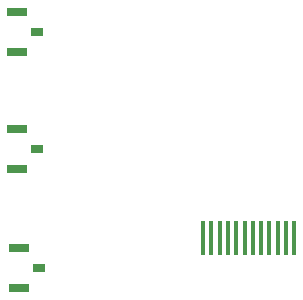
<source format=gbp>
G04*
G04 #@! TF.GenerationSoftware,Altium Limited,Altium Designer,20.1.14 (287)*
G04*
G04 Layer_Color=10066329*
%FSLAX25Y25*%
%MOIN*%
G70*
G04*
G04 #@! TF.SameCoordinates,CE59E18C-A3DC-4852-8C87-7D8AF6908A11*
G04*
G04*
G04 #@! TF.FilePolarity,Positive*
G04*
G01*
G75*
%ADD45R,0.04331X0.03150*%
%ADD49R,0.06693X0.03150*%
%ADD102R,0.01378X0.11811*%
D45*
X1403Y35100D02*
D03*
X696Y74700D02*
D03*
Y113800D02*
D03*
D49*
X-5093Y28407D02*
D03*
Y41793D02*
D03*
X-5800Y81393D02*
D03*
Y68007D02*
D03*
Y120493D02*
D03*
Y107107D02*
D03*
D102*
X86488Y45011D02*
D03*
X83732D02*
D03*
X80976D02*
D03*
X78220D02*
D03*
X75465D02*
D03*
X72709D02*
D03*
X69953D02*
D03*
X67197D02*
D03*
X64441D02*
D03*
X61685D02*
D03*
X58929D02*
D03*
X56173D02*
D03*
M02*

</source>
